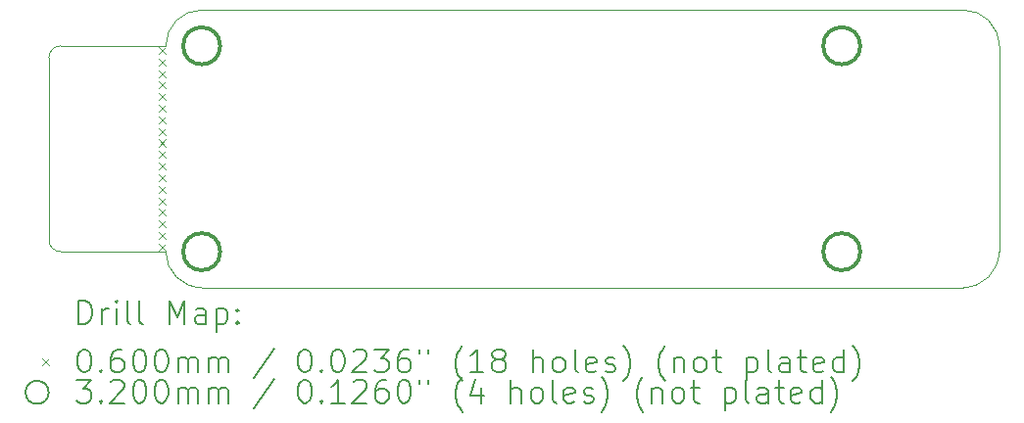
<source format=gbr>
%TF.GenerationSoftware,KiCad,Pcbnew,8.0.2-1.fc40*%
%TF.CreationDate,2024-05-13T13:54:55+02:00*%
%TF.ProjectId,FT24-SLS,46543234-2d53-44c5-932e-6b696361645f,rev?*%
%TF.SameCoordinates,Original*%
%TF.FileFunction,Drillmap*%
%TF.FilePolarity,Positive*%
%FSLAX45Y45*%
G04 Gerber Fmt 4.5, Leading zero omitted, Abs format (unit mm)*
G04 Created by KiCad (PCBNEW 8.0.2-1.fc40) date 2024-05-13 13:54:55*
%MOMM*%
%LPD*%
G01*
G04 APERTURE LIST*
%ADD10C,0.050000*%
%ADD11C,0.200000*%
%ADD12C,0.100000*%
%ADD13C,0.320000*%
G04 APERTURE END LIST*
D10*
X18600000Y-10290000D02*
G75*
G02*
X18290000Y-10600000I-310000J0D01*
G01*
X18290000Y-8199203D02*
G75*
G02*
X18599997Y-8509203I0J-309997D01*
G01*
X10490711Y-8510000D02*
X11400000Y-8510000D01*
X10490711Y-10289289D02*
G75*
G02*
X10390711Y-10189289I-1J99999D01*
G01*
X11400000Y-10290000D02*
X10490711Y-10289289D01*
X10390711Y-8610000D02*
G75*
G02*
X10490711Y-8510001I99999J0D01*
G01*
X11710000Y-10600000D02*
G75*
G02*
X11400000Y-10290000I0J310000D01*
G01*
X11400000Y-8510000D02*
G75*
G02*
X11709203Y-8200800I309200J0D01*
G01*
X18290000Y-10600000D02*
X11710000Y-10600000D01*
X18600000Y-8509203D02*
X18600000Y-10290000D01*
X11709203Y-8200797D02*
X18290000Y-8199203D01*
X10390711Y-10189289D02*
X10390711Y-8610000D01*
D11*
D12*
X11340000Y-8520000D02*
X11400000Y-8580000D01*
X11400000Y-8520000D02*
X11340000Y-8580000D01*
X11340000Y-8620000D02*
X11400000Y-8680000D01*
X11400000Y-8620000D02*
X11340000Y-8680000D01*
X11340000Y-8720000D02*
X11400000Y-8780000D01*
X11400000Y-8720000D02*
X11340000Y-8780000D01*
X11340000Y-8820000D02*
X11400000Y-8880000D01*
X11400000Y-8820000D02*
X11340000Y-8880000D01*
X11340000Y-8920000D02*
X11400000Y-8980000D01*
X11400000Y-8920000D02*
X11340000Y-8980000D01*
X11340000Y-9020000D02*
X11400000Y-9080000D01*
X11400000Y-9020000D02*
X11340000Y-9080000D01*
X11340000Y-9120000D02*
X11400000Y-9180000D01*
X11400000Y-9120000D02*
X11340000Y-9180000D01*
X11340000Y-9220000D02*
X11400000Y-9280000D01*
X11400000Y-9220000D02*
X11340000Y-9280000D01*
X11340000Y-9320000D02*
X11400000Y-9380000D01*
X11400000Y-9320000D02*
X11340000Y-9380000D01*
X11340000Y-9420000D02*
X11400000Y-9480000D01*
X11400000Y-9420000D02*
X11340000Y-9480000D01*
X11340000Y-9520000D02*
X11400000Y-9580000D01*
X11400000Y-9520000D02*
X11340000Y-9580000D01*
X11340000Y-9620000D02*
X11400000Y-9680000D01*
X11400000Y-9620000D02*
X11340000Y-9680000D01*
X11340000Y-9720000D02*
X11400000Y-9780000D01*
X11400000Y-9720000D02*
X11340000Y-9780000D01*
X11340000Y-9820000D02*
X11400000Y-9880000D01*
X11400000Y-9820000D02*
X11340000Y-9880000D01*
X11340000Y-9920000D02*
X11400000Y-9980000D01*
X11400000Y-9920000D02*
X11340000Y-9980000D01*
X11340000Y-10020000D02*
X11400000Y-10080000D01*
X11400000Y-10020000D02*
X11340000Y-10080000D01*
X11340000Y-10120000D02*
X11400000Y-10180000D01*
X11400000Y-10120000D02*
X11340000Y-10180000D01*
X11340000Y-10220000D02*
X11400000Y-10280000D01*
X11400000Y-10220000D02*
X11340000Y-10280000D01*
D13*
X11870000Y-8510000D02*
G75*
G02*
X11550000Y-8510000I-160000J0D01*
G01*
X11550000Y-8510000D02*
G75*
G02*
X11870000Y-8510000I160000J0D01*
G01*
X11870000Y-10290000D02*
G75*
G02*
X11550000Y-10290000I-160000J0D01*
G01*
X11550000Y-10290000D02*
G75*
G02*
X11870000Y-10290000I160000J0D01*
G01*
X17400000Y-8510000D02*
G75*
G02*
X17080000Y-8510000I-160000J0D01*
G01*
X17080000Y-8510000D02*
G75*
G02*
X17400000Y-8510000I160000J0D01*
G01*
X17400000Y-10290000D02*
G75*
G02*
X17080000Y-10290000I-160000J0D01*
G01*
X17080000Y-10290000D02*
G75*
G02*
X17400000Y-10290000I160000J0D01*
G01*
D11*
X10648988Y-10913984D02*
X10648988Y-10713984D01*
X10648988Y-10713984D02*
X10696607Y-10713984D01*
X10696607Y-10713984D02*
X10725178Y-10723508D01*
X10725178Y-10723508D02*
X10744226Y-10742555D01*
X10744226Y-10742555D02*
X10753749Y-10761603D01*
X10753749Y-10761603D02*
X10763273Y-10799698D01*
X10763273Y-10799698D02*
X10763273Y-10828270D01*
X10763273Y-10828270D02*
X10753749Y-10866365D01*
X10753749Y-10866365D02*
X10744226Y-10885413D01*
X10744226Y-10885413D02*
X10725178Y-10904460D01*
X10725178Y-10904460D02*
X10696607Y-10913984D01*
X10696607Y-10913984D02*
X10648988Y-10913984D01*
X10848988Y-10913984D02*
X10848988Y-10780651D01*
X10848988Y-10818746D02*
X10858511Y-10799698D01*
X10858511Y-10799698D02*
X10868035Y-10790174D01*
X10868035Y-10790174D02*
X10887083Y-10780651D01*
X10887083Y-10780651D02*
X10906130Y-10780651D01*
X10972797Y-10913984D02*
X10972797Y-10780651D01*
X10972797Y-10713984D02*
X10963273Y-10723508D01*
X10963273Y-10723508D02*
X10972797Y-10733032D01*
X10972797Y-10733032D02*
X10982321Y-10723508D01*
X10982321Y-10723508D02*
X10972797Y-10713984D01*
X10972797Y-10713984D02*
X10972797Y-10733032D01*
X11096607Y-10913984D02*
X11077559Y-10904460D01*
X11077559Y-10904460D02*
X11068035Y-10885413D01*
X11068035Y-10885413D02*
X11068035Y-10713984D01*
X11201368Y-10913984D02*
X11182321Y-10904460D01*
X11182321Y-10904460D02*
X11172797Y-10885413D01*
X11172797Y-10885413D02*
X11172797Y-10713984D01*
X11429940Y-10913984D02*
X11429940Y-10713984D01*
X11429940Y-10713984D02*
X11496607Y-10856841D01*
X11496607Y-10856841D02*
X11563273Y-10713984D01*
X11563273Y-10713984D02*
X11563273Y-10913984D01*
X11744226Y-10913984D02*
X11744226Y-10809222D01*
X11744226Y-10809222D02*
X11734702Y-10790174D01*
X11734702Y-10790174D02*
X11715654Y-10780651D01*
X11715654Y-10780651D02*
X11677559Y-10780651D01*
X11677559Y-10780651D02*
X11658511Y-10790174D01*
X11744226Y-10904460D02*
X11725178Y-10913984D01*
X11725178Y-10913984D02*
X11677559Y-10913984D01*
X11677559Y-10913984D02*
X11658511Y-10904460D01*
X11658511Y-10904460D02*
X11648987Y-10885413D01*
X11648987Y-10885413D02*
X11648987Y-10866365D01*
X11648987Y-10866365D02*
X11658511Y-10847317D01*
X11658511Y-10847317D02*
X11677559Y-10837794D01*
X11677559Y-10837794D02*
X11725178Y-10837794D01*
X11725178Y-10837794D02*
X11744226Y-10828270D01*
X11839464Y-10780651D02*
X11839464Y-10980651D01*
X11839464Y-10790174D02*
X11858511Y-10780651D01*
X11858511Y-10780651D02*
X11896607Y-10780651D01*
X11896607Y-10780651D02*
X11915654Y-10790174D01*
X11915654Y-10790174D02*
X11925178Y-10799698D01*
X11925178Y-10799698D02*
X11934702Y-10818746D01*
X11934702Y-10818746D02*
X11934702Y-10875889D01*
X11934702Y-10875889D02*
X11925178Y-10894936D01*
X11925178Y-10894936D02*
X11915654Y-10904460D01*
X11915654Y-10904460D02*
X11896607Y-10913984D01*
X11896607Y-10913984D02*
X11858511Y-10913984D01*
X11858511Y-10913984D02*
X11839464Y-10904460D01*
X12020416Y-10894936D02*
X12029940Y-10904460D01*
X12029940Y-10904460D02*
X12020416Y-10913984D01*
X12020416Y-10913984D02*
X12010892Y-10904460D01*
X12010892Y-10904460D02*
X12020416Y-10894936D01*
X12020416Y-10894936D02*
X12020416Y-10913984D01*
X12020416Y-10790174D02*
X12029940Y-10799698D01*
X12029940Y-10799698D02*
X12020416Y-10809222D01*
X12020416Y-10809222D02*
X12010892Y-10799698D01*
X12010892Y-10799698D02*
X12020416Y-10790174D01*
X12020416Y-10790174D02*
X12020416Y-10809222D01*
D12*
X10328211Y-11212500D02*
X10388211Y-11272500D01*
X10388211Y-11212500D02*
X10328211Y-11272500D01*
D11*
X10687083Y-11133984D02*
X10706130Y-11133984D01*
X10706130Y-11133984D02*
X10725178Y-11143508D01*
X10725178Y-11143508D02*
X10734702Y-11153032D01*
X10734702Y-11153032D02*
X10744226Y-11172079D01*
X10744226Y-11172079D02*
X10753749Y-11210174D01*
X10753749Y-11210174D02*
X10753749Y-11257793D01*
X10753749Y-11257793D02*
X10744226Y-11295889D01*
X10744226Y-11295889D02*
X10734702Y-11314936D01*
X10734702Y-11314936D02*
X10725178Y-11324460D01*
X10725178Y-11324460D02*
X10706130Y-11333984D01*
X10706130Y-11333984D02*
X10687083Y-11333984D01*
X10687083Y-11333984D02*
X10668035Y-11324460D01*
X10668035Y-11324460D02*
X10658511Y-11314936D01*
X10658511Y-11314936D02*
X10648988Y-11295889D01*
X10648988Y-11295889D02*
X10639464Y-11257793D01*
X10639464Y-11257793D02*
X10639464Y-11210174D01*
X10639464Y-11210174D02*
X10648988Y-11172079D01*
X10648988Y-11172079D02*
X10658511Y-11153032D01*
X10658511Y-11153032D02*
X10668035Y-11143508D01*
X10668035Y-11143508D02*
X10687083Y-11133984D01*
X10839464Y-11314936D02*
X10848988Y-11324460D01*
X10848988Y-11324460D02*
X10839464Y-11333984D01*
X10839464Y-11333984D02*
X10829940Y-11324460D01*
X10829940Y-11324460D02*
X10839464Y-11314936D01*
X10839464Y-11314936D02*
X10839464Y-11333984D01*
X11020416Y-11133984D02*
X10982321Y-11133984D01*
X10982321Y-11133984D02*
X10963273Y-11143508D01*
X10963273Y-11143508D02*
X10953749Y-11153032D01*
X10953749Y-11153032D02*
X10934702Y-11181603D01*
X10934702Y-11181603D02*
X10925178Y-11219698D01*
X10925178Y-11219698D02*
X10925178Y-11295889D01*
X10925178Y-11295889D02*
X10934702Y-11314936D01*
X10934702Y-11314936D02*
X10944226Y-11324460D01*
X10944226Y-11324460D02*
X10963273Y-11333984D01*
X10963273Y-11333984D02*
X11001369Y-11333984D01*
X11001369Y-11333984D02*
X11020416Y-11324460D01*
X11020416Y-11324460D02*
X11029940Y-11314936D01*
X11029940Y-11314936D02*
X11039464Y-11295889D01*
X11039464Y-11295889D02*
X11039464Y-11248270D01*
X11039464Y-11248270D02*
X11029940Y-11229222D01*
X11029940Y-11229222D02*
X11020416Y-11219698D01*
X11020416Y-11219698D02*
X11001369Y-11210174D01*
X11001369Y-11210174D02*
X10963273Y-11210174D01*
X10963273Y-11210174D02*
X10944226Y-11219698D01*
X10944226Y-11219698D02*
X10934702Y-11229222D01*
X10934702Y-11229222D02*
X10925178Y-11248270D01*
X11163273Y-11133984D02*
X11182321Y-11133984D01*
X11182321Y-11133984D02*
X11201368Y-11143508D01*
X11201368Y-11143508D02*
X11210892Y-11153032D01*
X11210892Y-11153032D02*
X11220416Y-11172079D01*
X11220416Y-11172079D02*
X11229940Y-11210174D01*
X11229940Y-11210174D02*
X11229940Y-11257793D01*
X11229940Y-11257793D02*
X11220416Y-11295889D01*
X11220416Y-11295889D02*
X11210892Y-11314936D01*
X11210892Y-11314936D02*
X11201368Y-11324460D01*
X11201368Y-11324460D02*
X11182321Y-11333984D01*
X11182321Y-11333984D02*
X11163273Y-11333984D01*
X11163273Y-11333984D02*
X11144226Y-11324460D01*
X11144226Y-11324460D02*
X11134702Y-11314936D01*
X11134702Y-11314936D02*
X11125178Y-11295889D01*
X11125178Y-11295889D02*
X11115654Y-11257793D01*
X11115654Y-11257793D02*
X11115654Y-11210174D01*
X11115654Y-11210174D02*
X11125178Y-11172079D01*
X11125178Y-11172079D02*
X11134702Y-11153032D01*
X11134702Y-11153032D02*
X11144226Y-11143508D01*
X11144226Y-11143508D02*
X11163273Y-11133984D01*
X11353749Y-11133984D02*
X11372797Y-11133984D01*
X11372797Y-11133984D02*
X11391845Y-11143508D01*
X11391845Y-11143508D02*
X11401368Y-11153032D01*
X11401368Y-11153032D02*
X11410892Y-11172079D01*
X11410892Y-11172079D02*
X11420416Y-11210174D01*
X11420416Y-11210174D02*
X11420416Y-11257793D01*
X11420416Y-11257793D02*
X11410892Y-11295889D01*
X11410892Y-11295889D02*
X11401368Y-11314936D01*
X11401368Y-11314936D02*
X11391845Y-11324460D01*
X11391845Y-11324460D02*
X11372797Y-11333984D01*
X11372797Y-11333984D02*
X11353749Y-11333984D01*
X11353749Y-11333984D02*
X11334702Y-11324460D01*
X11334702Y-11324460D02*
X11325178Y-11314936D01*
X11325178Y-11314936D02*
X11315654Y-11295889D01*
X11315654Y-11295889D02*
X11306130Y-11257793D01*
X11306130Y-11257793D02*
X11306130Y-11210174D01*
X11306130Y-11210174D02*
X11315654Y-11172079D01*
X11315654Y-11172079D02*
X11325178Y-11153032D01*
X11325178Y-11153032D02*
X11334702Y-11143508D01*
X11334702Y-11143508D02*
X11353749Y-11133984D01*
X11506130Y-11333984D02*
X11506130Y-11200651D01*
X11506130Y-11219698D02*
X11515654Y-11210174D01*
X11515654Y-11210174D02*
X11534702Y-11200651D01*
X11534702Y-11200651D02*
X11563273Y-11200651D01*
X11563273Y-11200651D02*
X11582321Y-11210174D01*
X11582321Y-11210174D02*
X11591845Y-11229222D01*
X11591845Y-11229222D02*
X11591845Y-11333984D01*
X11591845Y-11229222D02*
X11601368Y-11210174D01*
X11601368Y-11210174D02*
X11620416Y-11200651D01*
X11620416Y-11200651D02*
X11648987Y-11200651D01*
X11648987Y-11200651D02*
X11668035Y-11210174D01*
X11668035Y-11210174D02*
X11677559Y-11229222D01*
X11677559Y-11229222D02*
X11677559Y-11333984D01*
X11772797Y-11333984D02*
X11772797Y-11200651D01*
X11772797Y-11219698D02*
X11782321Y-11210174D01*
X11782321Y-11210174D02*
X11801368Y-11200651D01*
X11801368Y-11200651D02*
X11829940Y-11200651D01*
X11829940Y-11200651D02*
X11848988Y-11210174D01*
X11848988Y-11210174D02*
X11858511Y-11229222D01*
X11858511Y-11229222D02*
X11858511Y-11333984D01*
X11858511Y-11229222D02*
X11868035Y-11210174D01*
X11868035Y-11210174D02*
X11887083Y-11200651D01*
X11887083Y-11200651D02*
X11915654Y-11200651D01*
X11915654Y-11200651D02*
X11934702Y-11210174D01*
X11934702Y-11210174D02*
X11944226Y-11229222D01*
X11944226Y-11229222D02*
X11944226Y-11333984D01*
X12334702Y-11124460D02*
X12163273Y-11381603D01*
X12591845Y-11133984D02*
X12610892Y-11133984D01*
X12610892Y-11133984D02*
X12629940Y-11143508D01*
X12629940Y-11143508D02*
X12639464Y-11153032D01*
X12639464Y-11153032D02*
X12648988Y-11172079D01*
X12648988Y-11172079D02*
X12658511Y-11210174D01*
X12658511Y-11210174D02*
X12658511Y-11257793D01*
X12658511Y-11257793D02*
X12648988Y-11295889D01*
X12648988Y-11295889D02*
X12639464Y-11314936D01*
X12639464Y-11314936D02*
X12629940Y-11324460D01*
X12629940Y-11324460D02*
X12610892Y-11333984D01*
X12610892Y-11333984D02*
X12591845Y-11333984D01*
X12591845Y-11333984D02*
X12572797Y-11324460D01*
X12572797Y-11324460D02*
X12563273Y-11314936D01*
X12563273Y-11314936D02*
X12553750Y-11295889D01*
X12553750Y-11295889D02*
X12544226Y-11257793D01*
X12544226Y-11257793D02*
X12544226Y-11210174D01*
X12544226Y-11210174D02*
X12553750Y-11172079D01*
X12553750Y-11172079D02*
X12563273Y-11153032D01*
X12563273Y-11153032D02*
X12572797Y-11143508D01*
X12572797Y-11143508D02*
X12591845Y-11133984D01*
X12744226Y-11314936D02*
X12753750Y-11324460D01*
X12753750Y-11324460D02*
X12744226Y-11333984D01*
X12744226Y-11333984D02*
X12734702Y-11324460D01*
X12734702Y-11324460D02*
X12744226Y-11314936D01*
X12744226Y-11314936D02*
X12744226Y-11333984D01*
X12877559Y-11133984D02*
X12896607Y-11133984D01*
X12896607Y-11133984D02*
X12915654Y-11143508D01*
X12915654Y-11143508D02*
X12925178Y-11153032D01*
X12925178Y-11153032D02*
X12934702Y-11172079D01*
X12934702Y-11172079D02*
X12944226Y-11210174D01*
X12944226Y-11210174D02*
X12944226Y-11257793D01*
X12944226Y-11257793D02*
X12934702Y-11295889D01*
X12934702Y-11295889D02*
X12925178Y-11314936D01*
X12925178Y-11314936D02*
X12915654Y-11324460D01*
X12915654Y-11324460D02*
X12896607Y-11333984D01*
X12896607Y-11333984D02*
X12877559Y-11333984D01*
X12877559Y-11333984D02*
X12858511Y-11324460D01*
X12858511Y-11324460D02*
X12848988Y-11314936D01*
X12848988Y-11314936D02*
X12839464Y-11295889D01*
X12839464Y-11295889D02*
X12829940Y-11257793D01*
X12829940Y-11257793D02*
X12829940Y-11210174D01*
X12829940Y-11210174D02*
X12839464Y-11172079D01*
X12839464Y-11172079D02*
X12848988Y-11153032D01*
X12848988Y-11153032D02*
X12858511Y-11143508D01*
X12858511Y-11143508D02*
X12877559Y-11133984D01*
X13020416Y-11153032D02*
X13029940Y-11143508D01*
X13029940Y-11143508D02*
X13048988Y-11133984D01*
X13048988Y-11133984D02*
X13096607Y-11133984D01*
X13096607Y-11133984D02*
X13115654Y-11143508D01*
X13115654Y-11143508D02*
X13125178Y-11153032D01*
X13125178Y-11153032D02*
X13134702Y-11172079D01*
X13134702Y-11172079D02*
X13134702Y-11191127D01*
X13134702Y-11191127D02*
X13125178Y-11219698D01*
X13125178Y-11219698D02*
X13010892Y-11333984D01*
X13010892Y-11333984D02*
X13134702Y-11333984D01*
X13201369Y-11133984D02*
X13325178Y-11133984D01*
X13325178Y-11133984D02*
X13258511Y-11210174D01*
X13258511Y-11210174D02*
X13287083Y-11210174D01*
X13287083Y-11210174D02*
X13306131Y-11219698D01*
X13306131Y-11219698D02*
X13315654Y-11229222D01*
X13315654Y-11229222D02*
X13325178Y-11248270D01*
X13325178Y-11248270D02*
X13325178Y-11295889D01*
X13325178Y-11295889D02*
X13315654Y-11314936D01*
X13315654Y-11314936D02*
X13306131Y-11324460D01*
X13306131Y-11324460D02*
X13287083Y-11333984D01*
X13287083Y-11333984D02*
X13229940Y-11333984D01*
X13229940Y-11333984D02*
X13210892Y-11324460D01*
X13210892Y-11324460D02*
X13201369Y-11314936D01*
X13496607Y-11133984D02*
X13458511Y-11133984D01*
X13458511Y-11133984D02*
X13439464Y-11143508D01*
X13439464Y-11143508D02*
X13429940Y-11153032D01*
X13429940Y-11153032D02*
X13410892Y-11181603D01*
X13410892Y-11181603D02*
X13401369Y-11219698D01*
X13401369Y-11219698D02*
X13401369Y-11295889D01*
X13401369Y-11295889D02*
X13410892Y-11314936D01*
X13410892Y-11314936D02*
X13420416Y-11324460D01*
X13420416Y-11324460D02*
X13439464Y-11333984D01*
X13439464Y-11333984D02*
X13477559Y-11333984D01*
X13477559Y-11333984D02*
X13496607Y-11324460D01*
X13496607Y-11324460D02*
X13506131Y-11314936D01*
X13506131Y-11314936D02*
X13515654Y-11295889D01*
X13515654Y-11295889D02*
X13515654Y-11248270D01*
X13515654Y-11248270D02*
X13506131Y-11229222D01*
X13506131Y-11229222D02*
X13496607Y-11219698D01*
X13496607Y-11219698D02*
X13477559Y-11210174D01*
X13477559Y-11210174D02*
X13439464Y-11210174D01*
X13439464Y-11210174D02*
X13420416Y-11219698D01*
X13420416Y-11219698D02*
X13410892Y-11229222D01*
X13410892Y-11229222D02*
X13401369Y-11248270D01*
X13591845Y-11133984D02*
X13591845Y-11172079D01*
X13668035Y-11133984D02*
X13668035Y-11172079D01*
X13963274Y-11410174D02*
X13953750Y-11400651D01*
X13953750Y-11400651D02*
X13934702Y-11372079D01*
X13934702Y-11372079D02*
X13925178Y-11353032D01*
X13925178Y-11353032D02*
X13915654Y-11324460D01*
X13915654Y-11324460D02*
X13906131Y-11276841D01*
X13906131Y-11276841D02*
X13906131Y-11238746D01*
X13906131Y-11238746D02*
X13915654Y-11191127D01*
X13915654Y-11191127D02*
X13925178Y-11162555D01*
X13925178Y-11162555D02*
X13934702Y-11143508D01*
X13934702Y-11143508D02*
X13953750Y-11114936D01*
X13953750Y-11114936D02*
X13963274Y-11105413D01*
X14144226Y-11333984D02*
X14029940Y-11333984D01*
X14087083Y-11333984D02*
X14087083Y-11133984D01*
X14087083Y-11133984D02*
X14068035Y-11162555D01*
X14068035Y-11162555D02*
X14048988Y-11181603D01*
X14048988Y-11181603D02*
X14029940Y-11191127D01*
X14258512Y-11219698D02*
X14239464Y-11210174D01*
X14239464Y-11210174D02*
X14229940Y-11200651D01*
X14229940Y-11200651D02*
X14220416Y-11181603D01*
X14220416Y-11181603D02*
X14220416Y-11172079D01*
X14220416Y-11172079D02*
X14229940Y-11153032D01*
X14229940Y-11153032D02*
X14239464Y-11143508D01*
X14239464Y-11143508D02*
X14258512Y-11133984D01*
X14258512Y-11133984D02*
X14296607Y-11133984D01*
X14296607Y-11133984D02*
X14315654Y-11143508D01*
X14315654Y-11143508D02*
X14325178Y-11153032D01*
X14325178Y-11153032D02*
X14334702Y-11172079D01*
X14334702Y-11172079D02*
X14334702Y-11181603D01*
X14334702Y-11181603D02*
X14325178Y-11200651D01*
X14325178Y-11200651D02*
X14315654Y-11210174D01*
X14315654Y-11210174D02*
X14296607Y-11219698D01*
X14296607Y-11219698D02*
X14258512Y-11219698D01*
X14258512Y-11219698D02*
X14239464Y-11229222D01*
X14239464Y-11229222D02*
X14229940Y-11238746D01*
X14229940Y-11238746D02*
X14220416Y-11257793D01*
X14220416Y-11257793D02*
X14220416Y-11295889D01*
X14220416Y-11295889D02*
X14229940Y-11314936D01*
X14229940Y-11314936D02*
X14239464Y-11324460D01*
X14239464Y-11324460D02*
X14258512Y-11333984D01*
X14258512Y-11333984D02*
X14296607Y-11333984D01*
X14296607Y-11333984D02*
X14315654Y-11324460D01*
X14315654Y-11324460D02*
X14325178Y-11314936D01*
X14325178Y-11314936D02*
X14334702Y-11295889D01*
X14334702Y-11295889D02*
X14334702Y-11257793D01*
X14334702Y-11257793D02*
X14325178Y-11238746D01*
X14325178Y-11238746D02*
X14315654Y-11229222D01*
X14315654Y-11229222D02*
X14296607Y-11219698D01*
X14572797Y-11333984D02*
X14572797Y-11133984D01*
X14658512Y-11333984D02*
X14658512Y-11229222D01*
X14658512Y-11229222D02*
X14648988Y-11210174D01*
X14648988Y-11210174D02*
X14629940Y-11200651D01*
X14629940Y-11200651D02*
X14601369Y-11200651D01*
X14601369Y-11200651D02*
X14582321Y-11210174D01*
X14582321Y-11210174D02*
X14572797Y-11219698D01*
X14782321Y-11333984D02*
X14763274Y-11324460D01*
X14763274Y-11324460D02*
X14753750Y-11314936D01*
X14753750Y-11314936D02*
X14744226Y-11295889D01*
X14744226Y-11295889D02*
X14744226Y-11238746D01*
X14744226Y-11238746D02*
X14753750Y-11219698D01*
X14753750Y-11219698D02*
X14763274Y-11210174D01*
X14763274Y-11210174D02*
X14782321Y-11200651D01*
X14782321Y-11200651D02*
X14810893Y-11200651D01*
X14810893Y-11200651D02*
X14829940Y-11210174D01*
X14829940Y-11210174D02*
X14839464Y-11219698D01*
X14839464Y-11219698D02*
X14848988Y-11238746D01*
X14848988Y-11238746D02*
X14848988Y-11295889D01*
X14848988Y-11295889D02*
X14839464Y-11314936D01*
X14839464Y-11314936D02*
X14829940Y-11324460D01*
X14829940Y-11324460D02*
X14810893Y-11333984D01*
X14810893Y-11333984D02*
X14782321Y-11333984D01*
X14963274Y-11333984D02*
X14944226Y-11324460D01*
X14944226Y-11324460D02*
X14934702Y-11305412D01*
X14934702Y-11305412D02*
X14934702Y-11133984D01*
X15115655Y-11324460D02*
X15096607Y-11333984D01*
X15096607Y-11333984D02*
X15058512Y-11333984D01*
X15058512Y-11333984D02*
X15039464Y-11324460D01*
X15039464Y-11324460D02*
X15029940Y-11305412D01*
X15029940Y-11305412D02*
X15029940Y-11229222D01*
X15029940Y-11229222D02*
X15039464Y-11210174D01*
X15039464Y-11210174D02*
X15058512Y-11200651D01*
X15058512Y-11200651D02*
X15096607Y-11200651D01*
X15096607Y-11200651D02*
X15115655Y-11210174D01*
X15115655Y-11210174D02*
X15125178Y-11229222D01*
X15125178Y-11229222D02*
X15125178Y-11248270D01*
X15125178Y-11248270D02*
X15029940Y-11267317D01*
X15201369Y-11324460D02*
X15220416Y-11333984D01*
X15220416Y-11333984D02*
X15258512Y-11333984D01*
X15258512Y-11333984D02*
X15277559Y-11324460D01*
X15277559Y-11324460D02*
X15287083Y-11305412D01*
X15287083Y-11305412D02*
X15287083Y-11295889D01*
X15287083Y-11295889D02*
X15277559Y-11276841D01*
X15277559Y-11276841D02*
X15258512Y-11267317D01*
X15258512Y-11267317D02*
X15229940Y-11267317D01*
X15229940Y-11267317D02*
X15210893Y-11257793D01*
X15210893Y-11257793D02*
X15201369Y-11238746D01*
X15201369Y-11238746D02*
X15201369Y-11229222D01*
X15201369Y-11229222D02*
X15210893Y-11210174D01*
X15210893Y-11210174D02*
X15229940Y-11200651D01*
X15229940Y-11200651D02*
X15258512Y-11200651D01*
X15258512Y-11200651D02*
X15277559Y-11210174D01*
X15353750Y-11410174D02*
X15363274Y-11400651D01*
X15363274Y-11400651D02*
X15382321Y-11372079D01*
X15382321Y-11372079D02*
X15391845Y-11353032D01*
X15391845Y-11353032D02*
X15401369Y-11324460D01*
X15401369Y-11324460D02*
X15410893Y-11276841D01*
X15410893Y-11276841D02*
X15410893Y-11238746D01*
X15410893Y-11238746D02*
X15401369Y-11191127D01*
X15401369Y-11191127D02*
X15391845Y-11162555D01*
X15391845Y-11162555D02*
X15382321Y-11143508D01*
X15382321Y-11143508D02*
X15363274Y-11114936D01*
X15363274Y-11114936D02*
X15353750Y-11105413D01*
X15715655Y-11410174D02*
X15706131Y-11400651D01*
X15706131Y-11400651D02*
X15687083Y-11372079D01*
X15687083Y-11372079D02*
X15677559Y-11353032D01*
X15677559Y-11353032D02*
X15668036Y-11324460D01*
X15668036Y-11324460D02*
X15658512Y-11276841D01*
X15658512Y-11276841D02*
X15658512Y-11238746D01*
X15658512Y-11238746D02*
X15668036Y-11191127D01*
X15668036Y-11191127D02*
X15677559Y-11162555D01*
X15677559Y-11162555D02*
X15687083Y-11143508D01*
X15687083Y-11143508D02*
X15706131Y-11114936D01*
X15706131Y-11114936D02*
X15715655Y-11105413D01*
X15791845Y-11200651D02*
X15791845Y-11333984D01*
X15791845Y-11219698D02*
X15801369Y-11210174D01*
X15801369Y-11210174D02*
X15820416Y-11200651D01*
X15820416Y-11200651D02*
X15848988Y-11200651D01*
X15848988Y-11200651D02*
X15868036Y-11210174D01*
X15868036Y-11210174D02*
X15877559Y-11229222D01*
X15877559Y-11229222D02*
X15877559Y-11333984D01*
X16001369Y-11333984D02*
X15982321Y-11324460D01*
X15982321Y-11324460D02*
X15972797Y-11314936D01*
X15972797Y-11314936D02*
X15963274Y-11295889D01*
X15963274Y-11295889D02*
X15963274Y-11238746D01*
X15963274Y-11238746D02*
X15972797Y-11219698D01*
X15972797Y-11219698D02*
X15982321Y-11210174D01*
X15982321Y-11210174D02*
X16001369Y-11200651D01*
X16001369Y-11200651D02*
X16029940Y-11200651D01*
X16029940Y-11200651D02*
X16048988Y-11210174D01*
X16048988Y-11210174D02*
X16058512Y-11219698D01*
X16058512Y-11219698D02*
X16068036Y-11238746D01*
X16068036Y-11238746D02*
X16068036Y-11295889D01*
X16068036Y-11295889D02*
X16058512Y-11314936D01*
X16058512Y-11314936D02*
X16048988Y-11324460D01*
X16048988Y-11324460D02*
X16029940Y-11333984D01*
X16029940Y-11333984D02*
X16001369Y-11333984D01*
X16125178Y-11200651D02*
X16201369Y-11200651D01*
X16153750Y-11133984D02*
X16153750Y-11305412D01*
X16153750Y-11305412D02*
X16163274Y-11324460D01*
X16163274Y-11324460D02*
X16182321Y-11333984D01*
X16182321Y-11333984D02*
X16201369Y-11333984D01*
X16420417Y-11200651D02*
X16420417Y-11400651D01*
X16420417Y-11210174D02*
X16439464Y-11200651D01*
X16439464Y-11200651D02*
X16477559Y-11200651D01*
X16477559Y-11200651D02*
X16496607Y-11210174D01*
X16496607Y-11210174D02*
X16506131Y-11219698D01*
X16506131Y-11219698D02*
X16515655Y-11238746D01*
X16515655Y-11238746D02*
X16515655Y-11295889D01*
X16515655Y-11295889D02*
X16506131Y-11314936D01*
X16506131Y-11314936D02*
X16496607Y-11324460D01*
X16496607Y-11324460D02*
X16477559Y-11333984D01*
X16477559Y-11333984D02*
X16439464Y-11333984D01*
X16439464Y-11333984D02*
X16420417Y-11324460D01*
X16629940Y-11333984D02*
X16610893Y-11324460D01*
X16610893Y-11324460D02*
X16601369Y-11305412D01*
X16601369Y-11305412D02*
X16601369Y-11133984D01*
X16791845Y-11333984D02*
X16791845Y-11229222D01*
X16791845Y-11229222D02*
X16782321Y-11210174D01*
X16782321Y-11210174D02*
X16763274Y-11200651D01*
X16763274Y-11200651D02*
X16725178Y-11200651D01*
X16725178Y-11200651D02*
X16706131Y-11210174D01*
X16791845Y-11324460D02*
X16772798Y-11333984D01*
X16772798Y-11333984D02*
X16725178Y-11333984D01*
X16725178Y-11333984D02*
X16706131Y-11324460D01*
X16706131Y-11324460D02*
X16696607Y-11305412D01*
X16696607Y-11305412D02*
X16696607Y-11286365D01*
X16696607Y-11286365D02*
X16706131Y-11267317D01*
X16706131Y-11267317D02*
X16725178Y-11257793D01*
X16725178Y-11257793D02*
X16772798Y-11257793D01*
X16772798Y-11257793D02*
X16791845Y-11248270D01*
X16858512Y-11200651D02*
X16934702Y-11200651D01*
X16887083Y-11133984D02*
X16887083Y-11305412D01*
X16887083Y-11305412D02*
X16896607Y-11324460D01*
X16896607Y-11324460D02*
X16915655Y-11333984D01*
X16915655Y-11333984D02*
X16934702Y-11333984D01*
X17077560Y-11324460D02*
X17058512Y-11333984D01*
X17058512Y-11333984D02*
X17020417Y-11333984D01*
X17020417Y-11333984D02*
X17001369Y-11324460D01*
X17001369Y-11324460D02*
X16991845Y-11305412D01*
X16991845Y-11305412D02*
X16991845Y-11229222D01*
X16991845Y-11229222D02*
X17001369Y-11210174D01*
X17001369Y-11210174D02*
X17020417Y-11200651D01*
X17020417Y-11200651D02*
X17058512Y-11200651D01*
X17058512Y-11200651D02*
X17077560Y-11210174D01*
X17077560Y-11210174D02*
X17087083Y-11229222D01*
X17087083Y-11229222D02*
X17087083Y-11248270D01*
X17087083Y-11248270D02*
X16991845Y-11267317D01*
X17258512Y-11333984D02*
X17258512Y-11133984D01*
X17258512Y-11324460D02*
X17239464Y-11333984D01*
X17239464Y-11333984D02*
X17201369Y-11333984D01*
X17201369Y-11333984D02*
X17182321Y-11324460D01*
X17182321Y-11324460D02*
X17172798Y-11314936D01*
X17172798Y-11314936D02*
X17163274Y-11295889D01*
X17163274Y-11295889D02*
X17163274Y-11238746D01*
X17163274Y-11238746D02*
X17172798Y-11219698D01*
X17172798Y-11219698D02*
X17182321Y-11210174D01*
X17182321Y-11210174D02*
X17201369Y-11200651D01*
X17201369Y-11200651D02*
X17239464Y-11200651D01*
X17239464Y-11200651D02*
X17258512Y-11210174D01*
X17334702Y-11410174D02*
X17344226Y-11400651D01*
X17344226Y-11400651D02*
X17363274Y-11372079D01*
X17363274Y-11372079D02*
X17372798Y-11353032D01*
X17372798Y-11353032D02*
X17382321Y-11324460D01*
X17382321Y-11324460D02*
X17391845Y-11276841D01*
X17391845Y-11276841D02*
X17391845Y-11238746D01*
X17391845Y-11238746D02*
X17382321Y-11191127D01*
X17382321Y-11191127D02*
X17372798Y-11162555D01*
X17372798Y-11162555D02*
X17363274Y-11143508D01*
X17363274Y-11143508D02*
X17344226Y-11114936D01*
X17344226Y-11114936D02*
X17334702Y-11105413D01*
X10388211Y-11506500D02*
G75*
G02*
X10188211Y-11506500I-100000J0D01*
G01*
X10188211Y-11506500D02*
G75*
G02*
X10388211Y-11506500I100000J0D01*
G01*
X10629940Y-11397984D02*
X10753749Y-11397984D01*
X10753749Y-11397984D02*
X10687083Y-11474174D01*
X10687083Y-11474174D02*
X10715654Y-11474174D01*
X10715654Y-11474174D02*
X10734702Y-11483698D01*
X10734702Y-11483698D02*
X10744226Y-11493222D01*
X10744226Y-11493222D02*
X10753749Y-11512270D01*
X10753749Y-11512270D02*
X10753749Y-11559889D01*
X10753749Y-11559889D02*
X10744226Y-11578936D01*
X10744226Y-11578936D02*
X10734702Y-11588460D01*
X10734702Y-11588460D02*
X10715654Y-11597984D01*
X10715654Y-11597984D02*
X10658511Y-11597984D01*
X10658511Y-11597984D02*
X10639464Y-11588460D01*
X10639464Y-11588460D02*
X10629940Y-11578936D01*
X10839464Y-11578936D02*
X10848988Y-11588460D01*
X10848988Y-11588460D02*
X10839464Y-11597984D01*
X10839464Y-11597984D02*
X10829940Y-11588460D01*
X10829940Y-11588460D02*
X10839464Y-11578936D01*
X10839464Y-11578936D02*
X10839464Y-11597984D01*
X10925178Y-11417032D02*
X10934702Y-11407508D01*
X10934702Y-11407508D02*
X10953749Y-11397984D01*
X10953749Y-11397984D02*
X11001369Y-11397984D01*
X11001369Y-11397984D02*
X11020416Y-11407508D01*
X11020416Y-11407508D02*
X11029940Y-11417032D01*
X11029940Y-11417032D02*
X11039464Y-11436079D01*
X11039464Y-11436079D02*
X11039464Y-11455127D01*
X11039464Y-11455127D02*
X11029940Y-11483698D01*
X11029940Y-11483698D02*
X10915654Y-11597984D01*
X10915654Y-11597984D02*
X11039464Y-11597984D01*
X11163273Y-11397984D02*
X11182321Y-11397984D01*
X11182321Y-11397984D02*
X11201368Y-11407508D01*
X11201368Y-11407508D02*
X11210892Y-11417032D01*
X11210892Y-11417032D02*
X11220416Y-11436079D01*
X11220416Y-11436079D02*
X11229940Y-11474174D01*
X11229940Y-11474174D02*
X11229940Y-11521793D01*
X11229940Y-11521793D02*
X11220416Y-11559889D01*
X11220416Y-11559889D02*
X11210892Y-11578936D01*
X11210892Y-11578936D02*
X11201368Y-11588460D01*
X11201368Y-11588460D02*
X11182321Y-11597984D01*
X11182321Y-11597984D02*
X11163273Y-11597984D01*
X11163273Y-11597984D02*
X11144226Y-11588460D01*
X11144226Y-11588460D02*
X11134702Y-11578936D01*
X11134702Y-11578936D02*
X11125178Y-11559889D01*
X11125178Y-11559889D02*
X11115654Y-11521793D01*
X11115654Y-11521793D02*
X11115654Y-11474174D01*
X11115654Y-11474174D02*
X11125178Y-11436079D01*
X11125178Y-11436079D02*
X11134702Y-11417032D01*
X11134702Y-11417032D02*
X11144226Y-11407508D01*
X11144226Y-11407508D02*
X11163273Y-11397984D01*
X11353749Y-11397984D02*
X11372797Y-11397984D01*
X11372797Y-11397984D02*
X11391845Y-11407508D01*
X11391845Y-11407508D02*
X11401368Y-11417032D01*
X11401368Y-11417032D02*
X11410892Y-11436079D01*
X11410892Y-11436079D02*
X11420416Y-11474174D01*
X11420416Y-11474174D02*
X11420416Y-11521793D01*
X11420416Y-11521793D02*
X11410892Y-11559889D01*
X11410892Y-11559889D02*
X11401368Y-11578936D01*
X11401368Y-11578936D02*
X11391845Y-11588460D01*
X11391845Y-11588460D02*
X11372797Y-11597984D01*
X11372797Y-11597984D02*
X11353749Y-11597984D01*
X11353749Y-11597984D02*
X11334702Y-11588460D01*
X11334702Y-11588460D02*
X11325178Y-11578936D01*
X11325178Y-11578936D02*
X11315654Y-11559889D01*
X11315654Y-11559889D02*
X11306130Y-11521793D01*
X11306130Y-11521793D02*
X11306130Y-11474174D01*
X11306130Y-11474174D02*
X11315654Y-11436079D01*
X11315654Y-11436079D02*
X11325178Y-11417032D01*
X11325178Y-11417032D02*
X11334702Y-11407508D01*
X11334702Y-11407508D02*
X11353749Y-11397984D01*
X11506130Y-11597984D02*
X11506130Y-11464651D01*
X11506130Y-11483698D02*
X11515654Y-11474174D01*
X11515654Y-11474174D02*
X11534702Y-11464651D01*
X11534702Y-11464651D02*
X11563273Y-11464651D01*
X11563273Y-11464651D02*
X11582321Y-11474174D01*
X11582321Y-11474174D02*
X11591845Y-11493222D01*
X11591845Y-11493222D02*
X11591845Y-11597984D01*
X11591845Y-11493222D02*
X11601368Y-11474174D01*
X11601368Y-11474174D02*
X11620416Y-11464651D01*
X11620416Y-11464651D02*
X11648987Y-11464651D01*
X11648987Y-11464651D02*
X11668035Y-11474174D01*
X11668035Y-11474174D02*
X11677559Y-11493222D01*
X11677559Y-11493222D02*
X11677559Y-11597984D01*
X11772797Y-11597984D02*
X11772797Y-11464651D01*
X11772797Y-11483698D02*
X11782321Y-11474174D01*
X11782321Y-11474174D02*
X11801368Y-11464651D01*
X11801368Y-11464651D02*
X11829940Y-11464651D01*
X11829940Y-11464651D02*
X11848988Y-11474174D01*
X11848988Y-11474174D02*
X11858511Y-11493222D01*
X11858511Y-11493222D02*
X11858511Y-11597984D01*
X11858511Y-11493222D02*
X11868035Y-11474174D01*
X11868035Y-11474174D02*
X11887083Y-11464651D01*
X11887083Y-11464651D02*
X11915654Y-11464651D01*
X11915654Y-11464651D02*
X11934702Y-11474174D01*
X11934702Y-11474174D02*
X11944226Y-11493222D01*
X11944226Y-11493222D02*
X11944226Y-11597984D01*
X12334702Y-11388460D02*
X12163273Y-11645603D01*
X12591845Y-11397984D02*
X12610892Y-11397984D01*
X12610892Y-11397984D02*
X12629940Y-11407508D01*
X12629940Y-11407508D02*
X12639464Y-11417032D01*
X12639464Y-11417032D02*
X12648988Y-11436079D01*
X12648988Y-11436079D02*
X12658511Y-11474174D01*
X12658511Y-11474174D02*
X12658511Y-11521793D01*
X12658511Y-11521793D02*
X12648988Y-11559889D01*
X12648988Y-11559889D02*
X12639464Y-11578936D01*
X12639464Y-11578936D02*
X12629940Y-11588460D01*
X12629940Y-11588460D02*
X12610892Y-11597984D01*
X12610892Y-11597984D02*
X12591845Y-11597984D01*
X12591845Y-11597984D02*
X12572797Y-11588460D01*
X12572797Y-11588460D02*
X12563273Y-11578936D01*
X12563273Y-11578936D02*
X12553750Y-11559889D01*
X12553750Y-11559889D02*
X12544226Y-11521793D01*
X12544226Y-11521793D02*
X12544226Y-11474174D01*
X12544226Y-11474174D02*
X12553750Y-11436079D01*
X12553750Y-11436079D02*
X12563273Y-11417032D01*
X12563273Y-11417032D02*
X12572797Y-11407508D01*
X12572797Y-11407508D02*
X12591845Y-11397984D01*
X12744226Y-11578936D02*
X12753750Y-11588460D01*
X12753750Y-11588460D02*
X12744226Y-11597984D01*
X12744226Y-11597984D02*
X12734702Y-11588460D01*
X12734702Y-11588460D02*
X12744226Y-11578936D01*
X12744226Y-11578936D02*
X12744226Y-11597984D01*
X12944226Y-11597984D02*
X12829940Y-11597984D01*
X12887083Y-11597984D02*
X12887083Y-11397984D01*
X12887083Y-11397984D02*
X12868035Y-11426555D01*
X12868035Y-11426555D02*
X12848988Y-11445603D01*
X12848988Y-11445603D02*
X12829940Y-11455127D01*
X13020416Y-11417032D02*
X13029940Y-11407508D01*
X13029940Y-11407508D02*
X13048988Y-11397984D01*
X13048988Y-11397984D02*
X13096607Y-11397984D01*
X13096607Y-11397984D02*
X13115654Y-11407508D01*
X13115654Y-11407508D02*
X13125178Y-11417032D01*
X13125178Y-11417032D02*
X13134702Y-11436079D01*
X13134702Y-11436079D02*
X13134702Y-11455127D01*
X13134702Y-11455127D02*
X13125178Y-11483698D01*
X13125178Y-11483698D02*
X13010892Y-11597984D01*
X13010892Y-11597984D02*
X13134702Y-11597984D01*
X13306131Y-11397984D02*
X13268035Y-11397984D01*
X13268035Y-11397984D02*
X13248988Y-11407508D01*
X13248988Y-11407508D02*
X13239464Y-11417032D01*
X13239464Y-11417032D02*
X13220416Y-11445603D01*
X13220416Y-11445603D02*
X13210892Y-11483698D01*
X13210892Y-11483698D02*
X13210892Y-11559889D01*
X13210892Y-11559889D02*
X13220416Y-11578936D01*
X13220416Y-11578936D02*
X13229940Y-11588460D01*
X13229940Y-11588460D02*
X13248988Y-11597984D01*
X13248988Y-11597984D02*
X13287083Y-11597984D01*
X13287083Y-11597984D02*
X13306131Y-11588460D01*
X13306131Y-11588460D02*
X13315654Y-11578936D01*
X13315654Y-11578936D02*
X13325178Y-11559889D01*
X13325178Y-11559889D02*
X13325178Y-11512270D01*
X13325178Y-11512270D02*
X13315654Y-11493222D01*
X13315654Y-11493222D02*
X13306131Y-11483698D01*
X13306131Y-11483698D02*
X13287083Y-11474174D01*
X13287083Y-11474174D02*
X13248988Y-11474174D01*
X13248988Y-11474174D02*
X13229940Y-11483698D01*
X13229940Y-11483698D02*
X13220416Y-11493222D01*
X13220416Y-11493222D02*
X13210892Y-11512270D01*
X13448988Y-11397984D02*
X13468035Y-11397984D01*
X13468035Y-11397984D02*
X13487083Y-11407508D01*
X13487083Y-11407508D02*
X13496607Y-11417032D01*
X13496607Y-11417032D02*
X13506131Y-11436079D01*
X13506131Y-11436079D02*
X13515654Y-11474174D01*
X13515654Y-11474174D02*
X13515654Y-11521793D01*
X13515654Y-11521793D02*
X13506131Y-11559889D01*
X13506131Y-11559889D02*
X13496607Y-11578936D01*
X13496607Y-11578936D02*
X13487083Y-11588460D01*
X13487083Y-11588460D02*
X13468035Y-11597984D01*
X13468035Y-11597984D02*
X13448988Y-11597984D01*
X13448988Y-11597984D02*
X13429940Y-11588460D01*
X13429940Y-11588460D02*
X13420416Y-11578936D01*
X13420416Y-11578936D02*
X13410892Y-11559889D01*
X13410892Y-11559889D02*
X13401369Y-11521793D01*
X13401369Y-11521793D02*
X13401369Y-11474174D01*
X13401369Y-11474174D02*
X13410892Y-11436079D01*
X13410892Y-11436079D02*
X13420416Y-11417032D01*
X13420416Y-11417032D02*
X13429940Y-11407508D01*
X13429940Y-11407508D02*
X13448988Y-11397984D01*
X13591845Y-11397984D02*
X13591845Y-11436079D01*
X13668035Y-11397984D02*
X13668035Y-11436079D01*
X13963274Y-11674174D02*
X13953750Y-11664651D01*
X13953750Y-11664651D02*
X13934702Y-11636079D01*
X13934702Y-11636079D02*
X13925178Y-11617032D01*
X13925178Y-11617032D02*
X13915654Y-11588460D01*
X13915654Y-11588460D02*
X13906131Y-11540841D01*
X13906131Y-11540841D02*
X13906131Y-11502746D01*
X13906131Y-11502746D02*
X13915654Y-11455127D01*
X13915654Y-11455127D02*
X13925178Y-11426555D01*
X13925178Y-11426555D02*
X13934702Y-11407508D01*
X13934702Y-11407508D02*
X13953750Y-11378936D01*
X13953750Y-11378936D02*
X13963274Y-11369412D01*
X14125178Y-11464651D02*
X14125178Y-11597984D01*
X14077559Y-11388460D02*
X14029940Y-11531317D01*
X14029940Y-11531317D02*
X14153750Y-11531317D01*
X14382321Y-11597984D02*
X14382321Y-11397984D01*
X14468035Y-11597984D02*
X14468035Y-11493222D01*
X14468035Y-11493222D02*
X14458512Y-11474174D01*
X14458512Y-11474174D02*
X14439464Y-11464651D01*
X14439464Y-11464651D02*
X14410893Y-11464651D01*
X14410893Y-11464651D02*
X14391845Y-11474174D01*
X14391845Y-11474174D02*
X14382321Y-11483698D01*
X14591845Y-11597984D02*
X14572797Y-11588460D01*
X14572797Y-11588460D02*
X14563274Y-11578936D01*
X14563274Y-11578936D02*
X14553750Y-11559889D01*
X14553750Y-11559889D02*
X14553750Y-11502746D01*
X14553750Y-11502746D02*
X14563274Y-11483698D01*
X14563274Y-11483698D02*
X14572797Y-11474174D01*
X14572797Y-11474174D02*
X14591845Y-11464651D01*
X14591845Y-11464651D02*
X14620416Y-11464651D01*
X14620416Y-11464651D02*
X14639464Y-11474174D01*
X14639464Y-11474174D02*
X14648988Y-11483698D01*
X14648988Y-11483698D02*
X14658512Y-11502746D01*
X14658512Y-11502746D02*
X14658512Y-11559889D01*
X14658512Y-11559889D02*
X14648988Y-11578936D01*
X14648988Y-11578936D02*
X14639464Y-11588460D01*
X14639464Y-11588460D02*
X14620416Y-11597984D01*
X14620416Y-11597984D02*
X14591845Y-11597984D01*
X14772797Y-11597984D02*
X14753750Y-11588460D01*
X14753750Y-11588460D02*
X14744226Y-11569412D01*
X14744226Y-11569412D02*
X14744226Y-11397984D01*
X14925178Y-11588460D02*
X14906131Y-11597984D01*
X14906131Y-11597984D02*
X14868035Y-11597984D01*
X14868035Y-11597984D02*
X14848988Y-11588460D01*
X14848988Y-11588460D02*
X14839464Y-11569412D01*
X14839464Y-11569412D02*
X14839464Y-11493222D01*
X14839464Y-11493222D02*
X14848988Y-11474174D01*
X14848988Y-11474174D02*
X14868035Y-11464651D01*
X14868035Y-11464651D02*
X14906131Y-11464651D01*
X14906131Y-11464651D02*
X14925178Y-11474174D01*
X14925178Y-11474174D02*
X14934702Y-11493222D01*
X14934702Y-11493222D02*
X14934702Y-11512270D01*
X14934702Y-11512270D02*
X14839464Y-11531317D01*
X15010893Y-11588460D02*
X15029940Y-11597984D01*
X15029940Y-11597984D02*
X15068035Y-11597984D01*
X15068035Y-11597984D02*
X15087083Y-11588460D01*
X15087083Y-11588460D02*
X15096607Y-11569412D01*
X15096607Y-11569412D02*
X15096607Y-11559889D01*
X15096607Y-11559889D02*
X15087083Y-11540841D01*
X15087083Y-11540841D02*
X15068035Y-11531317D01*
X15068035Y-11531317D02*
X15039464Y-11531317D01*
X15039464Y-11531317D02*
X15020416Y-11521793D01*
X15020416Y-11521793D02*
X15010893Y-11502746D01*
X15010893Y-11502746D02*
X15010893Y-11493222D01*
X15010893Y-11493222D02*
X15020416Y-11474174D01*
X15020416Y-11474174D02*
X15039464Y-11464651D01*
X15039464Y-11464651D02*
X15068035Y-11464651D01*
X15068035Y-11464651D02*
X15087083Y-11474174D01*
X15163274Y-11674174D02*
X15172797Y-11664651D01*
X15172797Y-11664651D02*
X15191845Y-11636079D01*
X15191845Y-11636079D02*
X15201369Y-11617032D01*
X15201369Y-11617032D02*
X15210893Y-11588460D01*
X15210893Y-11588460D02*
X15220416Y-11540841D01*
X15220416Y-11540841D02*
X15220416Y-11502746D01*
X15220416Y-11502746D02*
X15210893Y-11455127D01*
X15210893Y-11455127D02*
X15201369Y-11426555D01*
X15201369Y-11426555D02*
X15191845Y-11407508D01*
X15191845Y-11407508D02*
X15172797Y-11378936D01*
X15172797Y-11378936D02*
X15163274Y-11369412D01*
X15525178Y-11674174D02*
X15515655Y-11664651D01*
X15515655Y-11664651D02*
X15496607Y-11636079D01*
X15496607Y-11636079D02*
X15487083Y-11617032D01*
X15487083Y-11617032D02*
X15477559Y-11588460D01*
X15477559Y-11588460D02*
X15468036Y-11540841D01*
X15468036Y-11540841D02*
X15468036Y-11502746D01*
X15468036Y-11502746D02*
X15477559Y-11455127D01*
X15477559Y-11455127D02*
X15487083Y-11426555D01*
X15487083Y-11426555D02*
X15496607Y-11407508D01*
X15496607Y-11407508D02*
X15515655Y-11378936D01*
X15515655Y-11378936D02*
X15525178Y-11369412D01*
X15601369Y-11464651D02*
X15601369Y-11597984D01*
X15601369Y-11483698D02*
X15610893Y-11474174D01*
X15610893Y-11474174D02*
X15629940Y-11464651D01*
X15629940Y-11464651D02*
X15658512Y-11464651D01*
X15658512Y-11464651D02*
X15677559Y-11474174D01*
X15677559Y-11474174D02*
X15687083Y-11493222D01*
X15687083Y-11493222D02*
X15687083Y-11597984D01*
X15810893Y-11597984D02*
X15791845Y-11588460D01*
X15791845Y-11588460D02*
X15782321Y-11578936D01*
X15782321Y-11578936D02*
X15772797Y-11559889D01*
X15772797Y-11559889D02*
X15772797Y-11502746D01*
X15772797Y-11502746D02*
X15782321Y-11483698D01*
X15782321Y-11483698D02*
X15791845Y-11474174D01*
X15791845Y-11474174D02*
X15810893Y-11464651D01*
X15810893Y-11464651D02*
X15839464Y-11464651D01*
X15839464Y-11464651D02*
X15858512Y-11474174D01*
X15858512Y-11474174D02*
X15868036Y-11483698D01*
X15868036Y-11483698D02*
X15877559Y-11502746D01*
X15877559Y-11502746D02*
X15877559Y-11559889D01*
X15877559Y-11559889D02*
X15868036Y-11578936D01*
X15868036Y-11578936D02*
X15858512Y-11588460D01*
X15858512Y-11588460D02*
X15839464Y-11597984D01*
X15839464Y-11597984D02*
X15810893Y-11597984D01*
X15934702Y-11464651D02*
X16010893Y-11464651D01*
X15963274Y-11397984D02*
X15963274Y-11569412D01*
X15963274Y-11569412D02*
X15972797Y-11588460D01*
X15972797Y-11588460D02*
X15991845Y-11597984D01*
X15991845Y-11597984D02*
X16010893Y-11597984D01*
X16229940Y-11464651D02*
X16229940Y-11664651D01*
X16229940Y-11474174D02*
X16248988Y-11464651D01*
X16248988Y-11464651D02*
X16287083Y-11464651D01*
X16287083Y-11464651D02*
X16306131Y-11474174D01*
X16306131Y-11474174D02*
X16315655Y-11483698D01*
X16315655Y-11483698D02*
X16325178Y-11502746D01*
X16325178Y-11502746D02*
X16325178Y-11559889D01*
X16325178Y-11559889D02*
X16315655Y-11578936D01*
X16315655Y-11578936D02*
X16306131Y-11588460D01*
X16306131Y-11588460D02*
X16287083Y-11597984D01*
X16287083Y-11597984D02*
X16248988Y-11597984D01*
X16248988Y-11597984D02*
X16229940Y-11588460D01*
X16439464Y-11597984D02*
X16420417Y-11588460D01*
X16420417Y-11588460D02*
X16410893Y-11569412D01*
X16410893Y-11569412D02*
X16410893Y-11397984D01*
X16601369Y-11597984D02*
X16601369Y-11493222D01*
X16601369Y-11493222D02*
X16591845Y-11474174D01*
X16591845Y-11474174D02*
X16572798Y-11464651D01*
X16572798Y-11464651D02*
X16534702Y-11464651D01*
X16534702Y-11464651D02*
X16515655Y-11474174D01*
X16601369Y-11588460D02*
X16582321Y-11597984D01*
X16582321Y-11597984D02*
X16534702Y-11597984D01*
X16534702Y-11597984D02*
X16515655Y-11588460D01*
X16515655Y-11588460D02*
X16506131Y-11569412D01*
X16506131Y-11569412D02*
X16506131Y-11550365D01*
X16506131Y-11550365D02*
X16515655Y-11531317D01*
X16515655Y-11531317D02*
X16534702Y-11521793D01*
X16534702Y-11521793D02*
X16582321Y-11521793D01*
X16582321Y-11521793D02*
X16601369Y-11512270D01*
X16668036Y-11464651D02*
X16744226Y-11464651D01*
X16696607Y-11397984D02*
X16696607Y-11569412D01*
X16696607Y-11569412D02*
X16706131Y-11588460D01*
X16706131Y-11588460D02*
X16725178Y-11597984D01*
X16725178Y-11597984D02*
X16744226Y-11597984D01*
X16887083Y-11588460D02*
X16868036Y-11597984D01*
X16868036Y-11597984D02*
X16829940Y-11597984D01*
X16829940Y-11597984D02*
X16810893Y-11588460D01*
X16810893Y-11588460D02*
X16801369Y-11569412D01*
X16801369Y-11569412D02*
X16801369Y-11493222D01*
X16801369Y-11493222D02*
X16810893Y-11474174D01*
X16810893Y-11474174D02*
X16829940Y-11464651D01*
X16829940Y-11464651D02*
X16868036Y-11464651D01*
X16868036Y-11464651D02*
X16887083Y-11474174D01*
X16887083Y-11474174D02*
X16896607Y-11493222D01*
X16896607Y-11493222D02*
X16896607Y-11512270D01*
X16896607Y-11512270D02*
X16801369Y-11531317D01*
X17068036Y-11597984D02*
X17068036Y-11397984D01*
X17068036Y-11588460D02*
X17048988Y-11597984D01*
X17048988Y-11597984D02*
X17010893Y-11597984D01*
X17010893Y-11597984D02*
X16991845Y-11588460D01*
X16991845Y-11588460D02*
X16982321Y-11578936D01*
X16982321Y-11578936D02*
X16972798Y-11559889D01*
X16972798Y-11559889D02*
X16972798Y-11502746D01*
X16972798Y-11502746D02*
X16982321Y-11483698D01*
X16982321Y-11483698D02*
X16991845Y-11474174D01*
X16991845Y-11474174D02*
X17010893Y-11464651D01*
X17010893Y-11464651D02*
X17048988Y-11464651D01*
X17048988Y-11464651D02*
X17068036Y-11474174D01*
X17144226Y-11674174D02*
X17153750Y-11664651D01*
X17153750Y-11664651D02*
X17172798Y-11636079D01*
X17172798Y-11636079D02*
X17182321Y-11617032D01*
X17182321Y-11617032D02*
X17191845Y-11588460D01*
X17191845Y-11588460D02*
X17201369Y-11540841D01*
X17201369Y-11540841D02*
X17201369Y-11502746D01*
X17201369Y-11502746D02*
X17191845Y-11455127D01*
X17191845Y-11455127D02*
X17182321Y-11426555D01*
X17182321Y-11426555D02*
X17172798Y-11407508D01*
X17172798Y-11407508D02*
X17153750Y-11378936D01*
X17153750Y-11378936D02*
X17144226Y-11369412D01*
M02*

</source>
